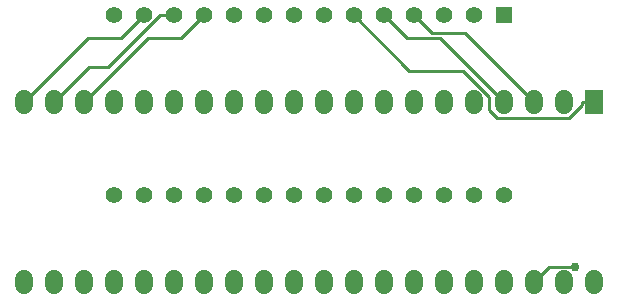
<source format=gtl>
G04 Layer: TopLayer*
G04 EasyEDA v6.4.19.5, 2021-04-22T06:46:41+01:00*
G04 125c642ea7bf4c30bcee29ea33573556,70d0fae58ee04a8b949032da60bbe542,10*
G04 Gerber Generator version 0.2*
G04 Scale: 100 percent, Rotated: No, Reflected: No *
G04 Dimensions in inches *
G04 leading zeros omitted , absolute positions ,3 integer and 6 decimal *
%FSLAX36Y36*%
%MOIN*%

%ADD10C,0.0100*%
%ADD11C,0.0300*%
%ADD12R,0.0550X0.0550*%
%ADD13C,0.0550*%
%ADD14R,0.0591X0.0787*%
%ADD15C,0.0600*%
%ADD16C,0.0591*%

%LPD*%
D10*
X-995000Y180000D02*
G01*
X-782100Y392800D01*
X-672100Y392800D01*
X-595000Y470000D01*
X-895000Y180000D02*
G01*
X-777100Y297899D01*
X-712500Y297899D01*
X-540399Y470000D01*
X-495000Y470000D01*
X-795000Y180000D02*
G01*
X-582100Y392800D01*
X-472100Y392800D01*
X-395000Y470000D01*
X105000Y470000D02*
G01*
X290897Y284099D01*
X468198Y284099D01*
X555000Y197300D01*
X555000Y154899D01*
X582700Y127300D01*
X821801Y127300D01*
X864399Y169800D01*
X864399Y180000D01*
X905000Y180000D02*
G01*
X864399Y180000D01*
X605000Y180000D02*
G01*
X392299Y392699D01*
X282299Y392699D01*
X205000Y470000D01*
X705000Y180000D02*
G01*
X476099Y408899D01*
X366099Y408899D01*
X305000Y470000D01*
X705000Y-420000D02*
G01*
X755497Y-369499D01*
X842500Y-369499D01*
D12*
G01*
X605000Y470000D03*
D13*
G01*
X505000Y470000D03*
G01*
X405000Y470000D03*
G01*
X305000Y470000D03*
G01*
X205000Y470000D03*
G01*
X105000Y470000D03*
G01*
X5000Y470000D03*
G01*
X-95000Y470000D03*
G01*
X-195000Y470000D03*
G01*
X-295000Y470000D03*
G01*
X-395000Y470000D03*
G01*
X-495000Y470000D03*
G01*
X-595000Y470000D03*
G01*
X-695000Y470000D03*
G01*
X-695000Y-130000D03*
G01*
X-595000Y-130000D03*
G01*
X-495000Y-130000D03*
G01*
X-395000Y-130000D03*
G01*
X-295000Y-130000D03*
G01*
X-195000Y-130000D03*
G01*
X-95000Y-130000D03*
G01*
X5000Y-130000D03*
G01*
X105000Y-130000D03*
G01*
X205000Y-130000D03*
G01*
X305000Y-130000D03*
G01*
X405000Y-130000D03*
G01*
X505000Y-130000D03*
G01*
X605000Y-130000D03*
D14*
G01*
X905000Y180000D03*
D11*
G01*
X842500Y-369499D03*
D15*
X-895000Y170630D02*
G01*
X-895000Y189369D01*
X-695000Y170630D02*
G01*
X-695000Y189369D01*
X-795000Y170630D02*
G01*
X-795000Y189369D01*
X-295000Y170630D02*
G01*
X-295000Y189369D01*
D16*
X105000Y189843D02*
G01*
X105000Y170156D01*
X205000Y189843D02*
G01*
X205000Y170156D01*
X305000Y189843D02*
G01*
X305000Y170156D01*
X405000Y189843D02*
G01*
X405000Y170156D01*
X505000Y189843D02*
G01*
X505000Y170156D01*
X605000Y189843D02*
G01*
X605000Y170156D01*
X705000Y189843D02*
G01*
X705000Y170156D01*
X805000Y189843D02*
G01*
X805000Y170156D01*
D15*
X5000Y189369D02*
G01*
X5000Y170630D01*
X-195000Y189369D02*
G01*
X-195000Y170630D01*
D16*
X-95000Y189843D02*
G01*
X-95000Y170156D01*
D15*
X-395000Y189369D02*
G01*
X-395000Y170630D01*
X-595000Y170630D02*
G01*
X-595000Y189369D01*
X-495000Y170630D02*
G01*
X-495000Y189369D01*
X-995000Y170630D02*
G01*
X-995000Y189369D01*
X805000Y-410630D02*
G01*
X805000Y-429369D01*
X905000Y-410630D02*
G01*
X905000Y-429369D01*
X705000Y-410630D02*
G01*
X705000Y-429369D01*
X605000Y-410630D02*
G01*
X605000Y-429369D01*
X-595000Y-410630D02*
G01*
X-595000Y-429369D01*
X-495000Y-410630D02*
G01*
X-495000Y-429369D01*
X-395000Y-410630D02*
G01*
X-395000Y-429369D01*
X-295000Y-410630D02*
G01*
X-295000Y-429369D01*
X-695000Y-410630D02*
G01*
X-695000Y-429369D01*
X-795000Y-410630D02*
G01*
X-795000Y-429369D01*
X-895000Y-410630D02*
G01*
X-895000Y-429369D01*
X-995000Y-410630D02*
G01*
X-995000Y-429369D01*
X105000Y-410630D02*
G01*
X105000Y-429369D01*
X5000Y-410630D02*
G01*
X5000Y-429369D01*
X-95000Y-410630D02*
G01*
X-95000Y-429369D01*
X-195000Y-410630D02*
G01*
X-195000Y-429369D01*
X205000Y-410630D02*
G01*
X205000Y-429369D01*
X305000Y-410630D02*
G01*
X305000Y-429369D01*
X405000Y-410630D02*
G01*
X405000Y-429369D01*
X505000Y-410630D02*
G01*
X505000Y-429369D01*
M02*

</source>
